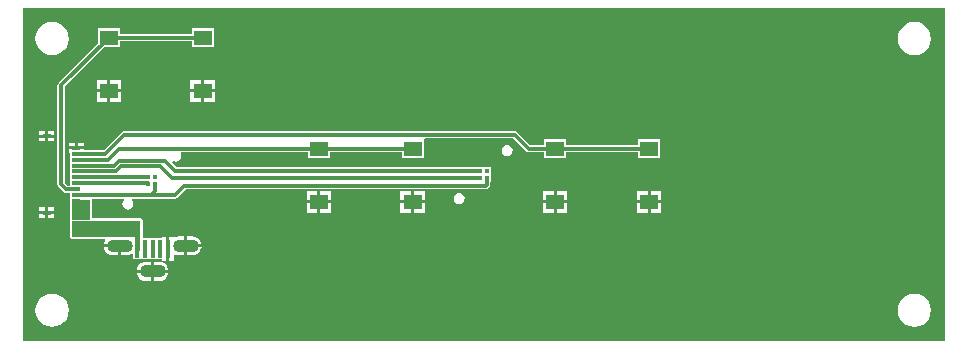
<source format=gtl>
G04 Layer_Physical_Order=1*
G04 Layer_Color=255*
%FSLAX44Y44*%
%MOMM*%
G71*
G01*
G75*
%ADD10R,0.4500X1.5000*%
%ADD11R,0.8000X0.4000*%
%ADD12R,0.8000X0.3000*%
%ADD13R,0.4000X0.4000*%
%ADD14R,1.5500X1.3000*%
%ADD15C,0.3000*%
%ADD16C,0.4000*%
%ADD17R,1.5240X1.7780*%
%ADD18R,5.8420X1.3970*%
%ADD19O,2.2000X1.1000*%
G36*
X390366Y-141316D02*
X-390366D01*
Y140306D01*
X390366D01*
Y-141316D01*
D02*
G37*
%LPC*%
G36*
X-50290Y-25040D02*
X-59310D01*
Y-32810D01*
X-50290D01*
Y-25040D01*
D02*
G37*
G36*
X58980D02*
X49960D01*
Y-32810D01*
X58980D01*
Y-25040D01*
D02*
G37*
G36*
X70540D02*
X61520D01*
Y-32810D01*
X70540D01*
Y-25040D01*
D02*
G37*
G36*
X-141350D02*
X-150370D01*
Y-32810D01*
X-141350D01*
Y-25040D01*
D02*
G37*
G36*
X-129790D02*
X-138810D01*
Y-32810D01*
X-129790D01*
Y-25040D01*
D02*
G37*
G36*
X-61850D02*
X-70870D01*
Y-32810D01*
X-61850D01*
Y-25040D01*
D02*
G37*
G36*
X-363790Y-28530D02*
X-369060D01*
Y-31800D01*
X-363790D01*
Y-28530D01*
D02*
G37*
G36*
X-21080Y-16228D02*
X-22864Y-16583D01*
X-24376Y-17594D01*
X-25387Y-19106D01*
X-25742Y-20890D01*
X-25387Y-22674D01*
X-24376Y-24186D01*
X-22864Y-25197D01*
X-21080Y-25552D01*
X-19296Y-25197D01*
X-17784Y-24186D01*
X-16773Y-22674D01*
X-16418Y-20890D01*
X-16773Y-19106D01*
X-17784Y-17594D01*
X-19296Y-16583D01*
X-21080Y-16228D01*
D02*
G37*
G36*
X-141350Y-14730D02*
X-150370D01*
Y-22500D01*
X-141350D01*
Y-14730D01*
D02*
G37*
G36*
X138480Y-25040D02*
X129460D01*
Y-32810D01*
X138480D01*
Y-25040D01*
D02*
G37*
G36*
X150040D02*
X141020D01*
Y-32810D01*
X150040D01*
Y-25040D01*
D02*
G37*
G36*
X-371600Y-28530D02*
X-376870D01*
Y-31800D01*
X-371600D01*
Y-28530D01*
D02*
G37*
G36*
X-267228Y-83820D02*
X-279400D01*
Y-90659D01*
X-275170D01*
X-273071Y-90383D01*
X-271115Y-89573D01*
X-269436Y-88284D01*
X-268147Y-86605D01*
X-267337Y-84649D01*
X-267228Y-83820D01*
D02*
G37*
G36*
X-281940Y-74441D02*
X-286170D01*
X-288269Y-74717D01*
X-290225Y-75527D01*
X-291904Y-76816D01*
X-293193Y-78495D01*
X-294003Y-80451D01*
X-294112Y-81280D01*
X-281940D01*
Y-74441D01*
D02*
G37*
G36*
X-275170D02*
X-279400D01*
Y-81280D01*
X-267228D01*
X-267337Y-80451D01*
X-268147Y-78495D01*
X-269436Y-76816D01*
X-271115Y-75527D01*
X-273071Y-74717D01*
X-275170Y-74441D01*
D02*
G37*
G36*
X-365760Y-101425D02*
X-369421Y-101907D01*
X-372832Y-103320D01*
X-375762Y-105568D01*
X-378010Y-108497D01*
X-379423Y-111909D01*
X-379905Y-115570D01*
X-379423Y-119231D01*
X-378010Y-122642D01*
X-375762Y-125572D01*
X-372832Y-127820D01*
X-369421Y-129233D01*
X-365760Y-129715D01*
X-362099Y-129233D01*
X-358688Y-127820D01*
X-355758Y-125572D01*
X-353510Y-122642D01*
X-352097Y-119231D01*
X-351615Y-115570D01*
X-352097Y-111909D01*
X-353510Y-108497D01*
X-355758Y-105568D01*
X-358688Y-103320D01*
X-362099Y-101907D01*
X-365760Y-101425D01*
D02*
G37*
G36*
X364240D02*
X360579Y-101907D01*
X357168Y-103320D01*
X354238Y-105568D01*
X351990Y-108497D01*
X350577Y-111909D01*
X350095Y-115570D01*
X350577Y-119231D01*
X351990Y-122642D01*
X354238Y-125572D01*
X357168Y-127820D01*
X360579Y-129233D01*
X364240Y-129715D01*
X367901Y-129233D01*
X371312Y-127820D01*
X374242Y-125572D01*
X376490Y-122642D01*
X377903Y-119231D01*
X378385Y-115570D01*
X377903Y-111909D01*
X376490Y-108497D01*
X374242Y-105568D01*
X371312Y-103320D01*
X367901Y-101907D01*
X364240Y-101425D01*
D02*
G37*
G36*
X-281940Y-83820D02*
X-294112D01*
X-294003Y-84649D01*
X-293193Y-86605D01*
X-291904Y-88284D01*
X-290225Y-89573D01*
X-288269Y-90383D01*
X-286170Y-90659D01*
X-281940D01*
Y-83820D01*
D02*
G37*
G36*
X-253940Y-52941D02*
X-258170D01*
X-260269Y-53217D01*
X-261610Y-53773D01*
X-262880Y-53510D01*
Y-53510D01*
X-266400D01*
Y-63550D01*
Y-73590D01*
X-262880D01*
Y-69077D01*
X-261610Y-68327D01*
X-260269Y-68883D01*
X-258170Y-69159D01*
X-253940D01*
Y-61050D01*
Y-52941D01*
D02*
G37*
G36*
X-371600Y-34340D02*
X-376870D01*
Y-37610D01*
X-371600D01*
Y-34340D01*
D02*
G37*
G36*
X-363790D02*
X-369060D01*
Y-37610D01*
X-363790D01*
Y-34340D01*
D02*
G37*
G36*
X-309940Y-62320D02*
X-322112D01*
X-322003Y-63149D01*
X-321193Y-65105D01*
X-319904Y-66784D01*
X-318225Y-68073D01*
X-316269Y-68883D01*
X-314170Y-69159D01*
X-309940D01*
Y-62320D01*
D02*
G37*
G36*
X-239228D02*
X-251400D01*
Y-69159D01*
X-247170D01*
X-245071Y-68883D01*
X-243115Y-68073D01*
X-241436Y-66784D01*
X-240147Y-65105D01*
X-239337Y-63149D01*
X-239228Y-62320D01*
D02*
G37*
G36*
X-247170Y-52941D02*
X-251400D01*
Y-59780D01*
X-239228D01*
X-239337Y-58951D01*
X-240147Y-56995D01*
X-241436Y-55316D01*
X-243115Y-54027D01*
X-245071Y-53217D01*
X-247170Y-52941D01*
D02*
G37*
G36*
X-239650Y68940D02*
X-248670D01*
Y61170D01*
X-239650D01*
Y68940D01*
D02*
G37*
G36*
X-228090D02*
X-237110D01*
Y61170D01*
X-228090D01*
Y68940D01*
D02*
G37*
G36*
X-319150Y79250D02*
X-328170D01*
Y71480D01*
X-319150D01*
Y79250D01*
D02*
G37*
G36*
X-363790Y36470D02*
X-369060D01*
Y33200D01*
X-363790D01*
Y36470D01*
D02*
G37*
G36*
X-319150Y68940D02*
X-328170D01*
Y61170D01*
X-319150D01*
Y68940D01*
D02*
G37*
G36*
X-307590D02*
X-316610D01*
Y61170D01*
X-307590D01*
Y68940D01*
D02*
G37*
G36*
X-365760Y128575D02*
X-369421Y128093D01*
X-372832Y126680D01*
X-375762Y124432D01*
X-378010Y121503D01*
X-379423Y118091D01*
X-379905Y114430D01*
X-379423Y110769D01*
X-378010Y107358D01*
X-375762Y104428D01*
X-372832Y102180D01*
X-369421Y100767D01*
X-365760Y100285D01*
X-362099Y100767D01*
X-358688Y102180D01*
X-355758Y104428D01*
X-353510Y107358D01*
X-352097Y110769D01*
X-351615Y114430D01*
X-352097Y118091D01*
X-353510Y121503D01*
X-355758Y124432D01*
X-358688Y126680D01*
X-362099Y128093D01*
X-365760Y128575D01*
D02*
G37*
G36*
X364240D02*
X360579Y128093D01*
X357168Y126680D01*
X354238Y124432D01*
X351990Y121503D01*
X350577Y118091D01*
X350095Y114430D01*
X350577Y110769D01*
X351990Y107358D01*
X354238Y104428D01*
X357168Y102180D01*
X360579Y100767D01*
X364240Y100285D01*
X367901Y100767D01*
X371312Y102180D01*
X374242Y104428D01*
X376490Y107358D01*
X377903Y110769D01*
X378385Y114430D01*
X377903Y118091D01*
X376490Y121503D01*
X374242Y124432D01*
X371312Y126680D01*
X367901Y128093D01*
X364240Y128575D01*
D02*
G37*
G36*
X-229106Y123234D02*
X-247654D01*
Y118293D01*
X-308606D01*
Y123234D01*
X-327154D01*
Y110296D01*
X-360320Y77130D01*
X-360989Y76130D01*
X-361223Y74950D01*
X-361223Y74950D01*
Y-8890D01*
X-361223Y-8890D01*
X-360989Y-10070D01*
X-360320Y-11070D01*
X-356140Y-15250D01*
X-356140Y-15250D01*
X-355140Y-15919D01*
X-353960Y-16153D01*
X-353960Y-16153D01*
X-350854D01*
Y-21480D01*
X-350900Y-21590D01*
Y-39370D01*
Y-53340D01*
X-350416Y-54506D01*
X-349250Y-54990D01*
X-321255D01*
X-320628Y-56260D01*
X-321193Y-56995D01*
X-322003Y-58951D01*
X-322112Y-59780D01*
X-308670D01*
Y-61050D01*
X-307400D01*
Y-69159D01*
X-303170D01*
X-301071Y-68883D01*
X-299115Y-68073D01*
X-298583Y-67664D01*
X-297444Y-68226D01*
Y-72574D01*
X-272460D01*
Y-73590D01*
X-268940D01*
Y-63550D01*
Y-53510D01*
X-272460D01*
Y-54526D01*
X-288297D01*
X-289180Y-53340D01*
Y-39370D01*
X-289664Y-38204D01*
X-290830Y-37720D01*
X-332360D01*
Y-21590D01*
X-332069Y-21153D01*
X-305271D01*
X-304886Y-22423D01*
X-305096Y-22564D01*
X-306107Y-24076D01*
X-306462Y-25860D01*
X-306107Y-27644D01*
X-305096Y-29156D01*
X-303584Y-30167D01*
X-301800Y-30522D01*
X-300016Y-30167D01*
X-298504Y-29156D01*
X-297493Y-27644D01*
X-297138Y-25860D01*
X-297493Y-24076D01*
X-298504Y-22564D01*
X-298714Y-22423D01*
X-298329Y-21153D01*
X-282230D01*
X-282230Y-21153D01*
X-282230Y-21153D01*
X-261910D01*
X-261910Y-21153D01*
X-260730Y-20919D01*
X-259730Y-20250D01*
X-252723Y-13243D01*
X1270D01*
X1270Y-13243D01*
X2450Y-13009D01*
X3450Y-12340D01*
X4420Y-11370D01*
X4420Y-11370D01*
X5088Y-10370D01*
X5323Y-9190D01*
Y-7094D01*
X5764D01*
Y-1094D01*
Y5954D01*
X-7284D01*
Y5513D01*
X-260233D01*
X-264639Y9919D01*
X-264646Y10083D01*
X-263408Y10783D01*
X-262944Y10473D01*
X-261160Y10118D01*
X-259376Y10473D01*
X-257864Y11484D01*
X-256853Y12996D01*
X-256498Y14780D01*
X-256853Y16564D01*
X-257062Y16877D01*
X-256383Y18147D01*
X-149354D01*
Y13206D01*
X-130806D01*
Y18147D01*
X-69854D01*
Y13206D01*
X-51306D01*
Y29254D01*
X-50319Y29937D01*
X24653D01*
X35540Y19050D01*
X35540Y19050D01*
X36540Y18382D01*
X37720Y18147D01*
X37720Y18147D01*
X50976D01*
Y13206D01*
X69524D01*
Y18147D01*
X130476D01*
Y13206D01*
X149024D01*
Y29254D01*
X130476D01*
Y24313D01*
X69524D01*
Y29254D01*
X50976D01*
Y24313D01*
X38997D01*
X28110Y35200D01*
X27110Y35868D01*
X25930Y36103D01*
X25930Y36103D01*
X-304500D01*
X-304500Y36103D01*
X-305680Y35868D01*
X-306681Y35200D01*
X-306681Y35200D01*
X-321867Y20013D01*
X-338790D01*
Y20660D01*
X-351870D01*
Y17890D01*
X-350854D01*
Y8906D01*
Y-1094D01*
Y-9987D01*
X-352683D01*
X-355057Y-7613D01*
Y73673D01*
X-321544Y107186D01*
X-308606D01*
Y112127D01*
X-247654D01*
Y107186D01*
X-229106D01*
Y123234D01*
D02*
G37*
G36*
X-307590Y79250D02*
X-316610D01*
Y71480D01*
X-307590D01*
Y79250D01*
D02*
G37*
G36*
X-239650D02*
X-248670D01*
Y71480D01*
X-239650D01*
Y79250D01*
D02*
G37*
G36*
X-228090D02*
X-237110D01*
Y71480D01*
X-228090D01*
Y79250D01*
D02*
G37*
G36*
X-371600Y36470D02*
X-376870D01*
Y33200D01*
X-371600D01*
Y36470D01*
D02*
G37*
G36*
X58980Y-14730D02*
X49960D01*
Y-22500D01*
X58980D01*
Y-14730D01*
D02*
G37*
G36*
X70540D02*
X61520D01*
Y-22500D01*
X70540D01*
Y-14730D01*
D02*
G37*
G36*
X138480D02*
X129460D01*
Y-22500D01*
X138480D01*
Y-14730D01*
D02*
G37*
G36*
X-129790D02*
X-138810D01*
Y-22500D01*
X-129790D01*
Y-14730D01*
D02*
G37*
G36*
X-61850D02*
X-70870D01*
Y-22500D01*
X-61850D01*
Y-14730D01*
D02*
G37*
G36*
X-50290D02*
X-59310D01*
Y-22500D01*
X-50290D01*
Y-14730D01*
D02*
G37*
G36*
X-338790Y25970D02*
X-344060D01*
Y23200D01*
X-338790D01*
Y25970D01*
D02*
G37*
G36*
X-371600Y30660D02*
X-376870D01*
Y27390D01*
X-371600D01*
Y30660D01*
D02*
G37*
G36*
X-363790D02*
X-369060D01*
Y27390D01*
X-363790D01*
Y30660D01*
D02*
G37*
G36*
X150040Y-14730D02*
X141020D01*
Y-22500D01*
X150040D01*
Y-14730D01*
D02*
G37*
G36*
X19560Y24412D02*
X17776Y24057D01*
X16264Y23046D01*
X15253Y21534D01*
X14898Y19750D01*
X15253Y17966D01*
X16264Y16454D01*
X17776Y15443D01*
X19560Y15088D01*
X21344Y15443D01*
X22856Y16454D01*
X23867Y17966D01*
X24222Y19750D01*
X23867Y21534D01*
X22856Y23046D01*
X21344Y24057D01*
X19560Y24412D01*
D02*
G37*
G36*
X-346600Y25970D02*
X-351870D01*
Y23200D01*
X-346600D01*
Y25970D01*
D02*
G37*
%LPD*%
D10*
X-293670Y-63550D02*
D03*
X-287170D02*
D03*
X-280670D02*
D03*
X-274170D02*
D03*
X-267670D02*
D03*
D11*
X-370330Y31930D02*
D03*
Y-33070D02*
D03*
D12*
X-345330Y21930D02*
D03*
Y16930D02*
D03*
Y11930D02*
D03*
Y6930D02*
D03*
Y1930D02*
D03*
Y-3070D02*
D03*
Y-8070D02*
D03*
Y-13070D02*
D03*
Y-18070D02*
D03*
Y-23070D02*
D03*
D13*
X2240Y-3570D02*
D03*
X-3760D02*
D03*
Y2430D02*
D03*
X2240D02*
D03*
X-278480Y-8540D02*
D03*
X-284480D02*
D03*
Y-2540D02*
D03*
X-278480D02*
D03*
D14*
X-238380Y70210D02*
D03*
X-317880D02*
D03*
X-238380Y115210D02*
D03*
X-317880D02*
D03*
X-60580Y-23770D02*
D03*
X-140080D02*
D03*
X-60580Y21230D02*
D03*
X-140080D02*
D03*
X139750Y-23770D02*
D03*
X60250D02*
D03*
X139750Y21230D02*
D03*
X60250D02*
D03*
D15*
X-345330Y-18070D02*
X-282230D01*
X-278480Y-14320D01*
Y-8540D01*
X-345330Y-8070D02*
X-284950D01*
X-284480Y-8540D01*
X-345330Y-3070D02*
X-285010D01*
X-284480Y-2540D01*
X-345330Y6930D02*
X-313434D01*
X-345330Y1930D02*
X-312036D01*
X-317880Y115210D02*
X-238380D01*
X-358140Y74950D02*
X-317880Y115210D01*
X-358140Y-8890D02*
Y74950D01*
Y-8890D02*
X-353960Y-13070D01*
X-345330D01*
X25930Y33020D02*
X37720Y21230D01*
X2240Y-9190D02*
Y-3570D01*
X1270Y-10160D02*
X2240Y-9190D01*
X-254000Y-10160D02*
X1270D01*
X-261910Y-18070D02*
X-254000Y-10160D01*
X-282230Y-18070D02*
X-261910D01*
X-264400Y-3570D02*
X-3760D01*
X-261510Y2430D02*
X-3760D01*
X-312036Y1930D02*
X-307616Y6350D01*
X-274320D01*
X-264400Y-3570D01*
X-313434Y6930D02*
X-309490Y10874D01*
X-269954D01*
X-261510Y2430D01*
X-345330Y16930D02*
X-320590D01*
X-304500Y33020D01*
X25930D01*
X-345330Y11930D02*
X-318270D01*
X-140080Y21230D02*
X-60580D01*
X-318270Y11930D02*
X-308970Y21230D01*
X-140080D01*
X37720D02*
X60250D01*
X139750D01*
D16*
X-293670Y-63550D02*
Y-44150D01*
D17*
X-341630Y-30480D02*
D03*
D18*
X-320040Y-46355D02*
D03*
D19*
X-308670Y-61050D02*
D03*
X-252670D02*
D03*
X-280670Y-82550D02*
D03*
M02*

</source>
